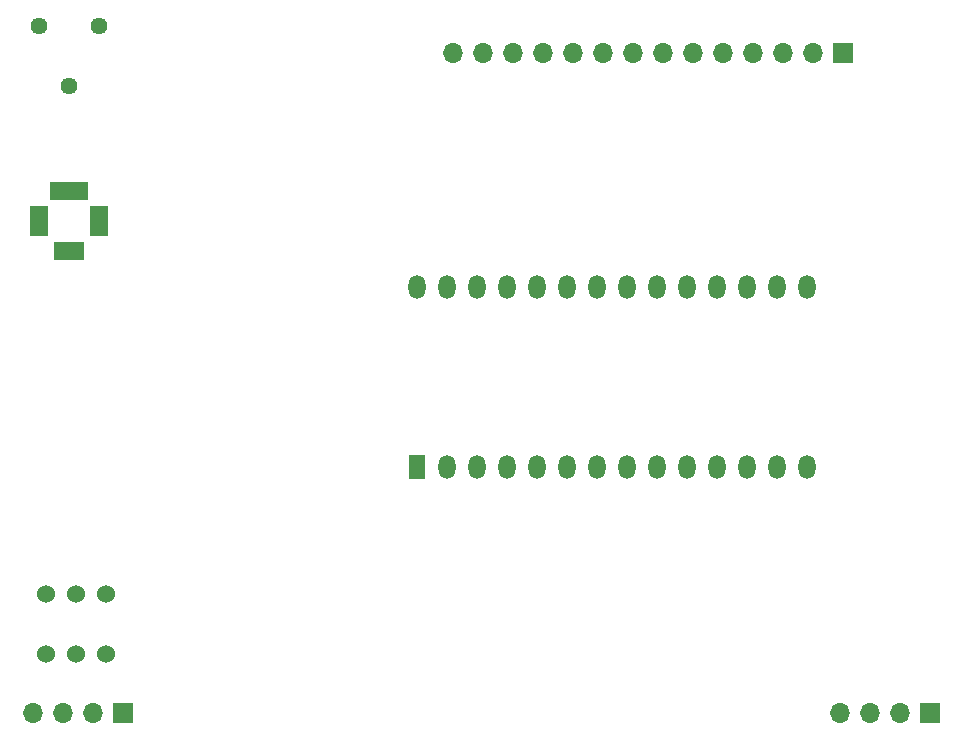
<source format=gbr>
%TF.GenerationSoftware,KiCad,Pcbnew,(5.1.10-1-10_14)*%
%TF.CreationDate,2021-11-12T08:41:43-05:00*%
%TF.ProjectId,audio,61756469-6f2e-46b6-9963-61645f706362,rev?*%
%TF.SameCoordinates,Original*%
%TF.FileFunction,Soldermask,Bot*%
%TF.FilePolarity,Negative*%
%FSLAX46Y46*%
G04 Gerber Fmt 4.6, Leading zero omitted, Abs format (unit mm)*
G04 Created by KiCad (PCBNEW (5.1.10-1-10_14)) date 2021-11-12 08:41:43*
%MOMM*%
%LPD*%
G01*
G04 APERTURE LIST*
%ADD10O,1.440000X2.000000*%
%ADD11R,1.440000X2.000000*%
%ADD12O,1.700000X1.700000*%
%ADD13R,1.700000X1.700000*%
%ADD14C,1.524000*%
%ADD15C,1.440000*%
%ADD16R,2.600000X1.500000*%
%ADD17R,3.300000X1.600000*%
%ADD18R,1.500000X2.600000*%
G04 APERTURE END LIST*
D10*
%TO.C,U8*%
X205994000Y-59182000D03*
X205994000Y-74422000D03*
X203454000Y-59182000D03*
X203454000Y-74422000D03*
X200914000Y-59182000D03*
X200914000Y-74422000D03*
X198374000Y-59182000D03*
X198374000Y-74422000D03*
X195834000Y-59182000D03*
X195834000Y-74422000D03*
X193294000Y-59182000D03*
X193294000Y-74422000D03*
X190754000Y-59182000D03*
X190754000Y-74422000D03*
X188214000Y-59182000D03*
X188214000Y-74422000D03*
X185674000Y-59182000D03*
X185674000Y-74422000D03*
X183134000Y-59182000D03*
X183134000Y-74422000D03*
X180594000Y-59182000D03*
X180594000Y-74422000D03*
X178054000Y-59182000D03*
X178054000Y-74422000D03*
X175514000Y-59182000D03*
X175514000Y-74422000D03*
X172974000Y-59182000D03*
D11*
X172974000Y-74422000D03*
%TD*%
D12*
%TO.C,J4*%
X140462000Y-95250000D03*
X143002000Y-95250000D03*
X145542000Y-95250000D03*
D13*
X148082000Y-95250000D03*
%TD*%
D12*
%TO.C,J3*%
X208788000Y-95250000D03*
X211328000Y-95250000D03*
X213868000Y-95250000D03*
D13*
X216408000Y-95250000D03*
%TD*%
D12*
%TO.C,J1*%
X176022000Y-39370000D03*
X178562000Y-39370000D03*
X181102000Y-39370000D03*
X183642000Y-39370000D03*
X186182000Y-39370000D03*
X188722000Y-39370000D03*
X191262000Y-39370000D03*
X193802000Y-39370000D03*
X196342000Y-39370000D03*
X198882000Y-39370000D03*
X201422000Y-39370000D03*
X203962000Y-39370000D03*
X206502000Y-39370000D03*
D13*
X209042000Y-39370000D03*
%TD*%
D14*
%TO.C,SW1*%
X141604000Y-85118000D03*
X144144000Y-85118000D03*
X146684000Y-85118000D03*
X141604000Y-90198000D03*
X144144000Y-90198000D03*
X146684000Y-90198000D03*
%TD*%
D15*
%TO.C,RV1*%
X140970000Y-37084000D03*
X143510000Y-42164000D03*
X146050000Y-37084000D03*
%TD*%
D16*
%TO.C,LS1*%
X143510000Y-56134000D03*
D17*
X143510000Y-51054000D03*
D18*
X146050000Y-53594000D03*
X140970000Y-53594000D03*
%TD*%
M02*

</source>
